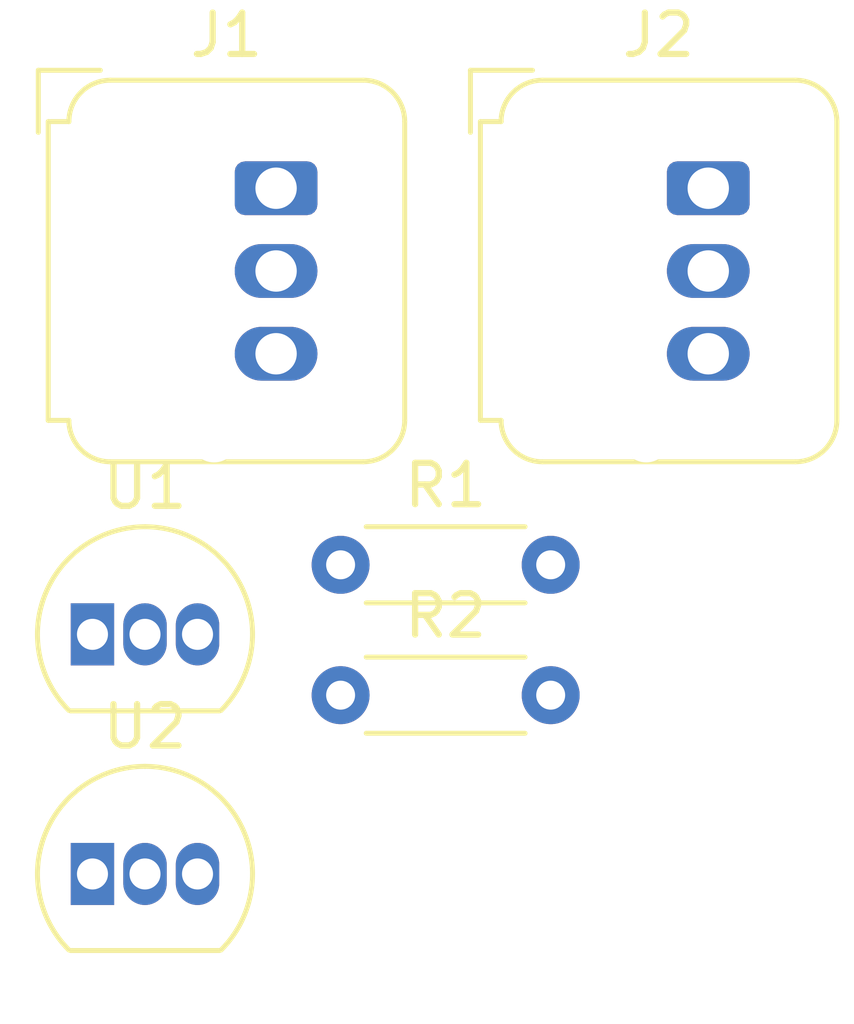
<source format=kicad_pcb>
(kicad_pcb (version 20240108) (generator "pcbnew") (generator_version "8.0")
  (layers (0 "F.Cu" signal) (31 "B.Cu" signal) (34 "B.Paste" user) (35 "F.Paste" user) (36 "B.SilkS" user "B.Silkscreen") (37 "F.SilkS" user "F.Silkscreen") (38 "B.Mask" user) (39 "F.Mask" user) (44 "Edge.Cuts" user))
  (net 0 "")
  (net 1 "3.3")
  (net 2 "GPIo?")
  (net 3 "GNDREF")
  (footprint "Resistor_THT:R_Axial_DIN0204_L3.6mm_D1.6mm_P5.08mm_Horizontal" (layer "F.Cu") (at 22.42 26.35)
    (property "Reference" "R1" (at 2.54 -1.92 0) (layer "F.SilkS"))
    (property "Value" "4K7")
    (fp_line (start 0.62 -0.92) (end 4.46 -0.92) (stroke (width 0.12)) (layer "F.SilkS"))
    (fp_line (start 0.62 0.92) (end 4.46 0.92) (stroke (width 0.12)) (layer "F.SilkS"))
    (pad "1" thru_hole circle (at 0 0) (size 1.4 1.4) (drill 0.7) (layers "*.Cu" "*.Mask") (net 1 "3.3"))
    (pad "2" thru_hole oval (at 5.08 0) (size 1.4 1.4) (drill 0.7) (layers "*.Cu" "*.Mask") (net 2 "GPIo?"))
  )
  (footprint "Connector_JST:JST_JWPF_B03B-JWPF-SK-R_1x03_P2.00mm_Vertical" (layer "F.Cu") (at 20.86 17.25)
    (property "Reference" "J1" (at -1.2 -3.7 0) (layer "F.SilkS"))
    (property "Value" "Temp 1")
    (fp_line (start -5.75 -2.85) (end -4.25 -2.85) (stroke (width 0.12)) (layer "F.SilkS"))
    (fp_line (start -5.75 -1.35) (end -5.75 -2.85) (stroke (width 0.12)) (layer "F.SilkS"))
    (fp_line (start -5.51 -1.61) (end -5.51 5.61) (stroke (width 0.12)) (layer "F.SilkS"))
    (fp_line (start -5.51 5.61) (end -5.01 5.61) (stroke (width 0.12)) (layer "F.SilkS"))
    (fp_line (start -5.01 -1.61) (end -5.51 -1.61) (stroke (width 0.12)) (layer "F.SilkS"))
    (fp_line (start -5.01 -1.61) (end -5.01 -1.61) (stroke (width 0.12)) (layer "F.SilkS"))
    (fp_line (start -5.01 5.61) (end -5.01 5.61) (stroke (width 0.12)) (layer "F.SilkS"))
    (fp_line (start -4.01 -2.61) (end 2.11 -2.61) (stroke (width 0.12)) (layer "F.SilkS"))
    (fp_line (start -4.01 6.61) (end 2.11 6.61) (stroke (width 0.12)) (layer "F.SilkS"))
    (fp_line (start 3.11 -1.61) (end 3.11 5.61) (stroke (width 0.12)) (layer "F.SilkS"))
    (fp_arc (start -5.01 -1.61) (mid -4.717107 -2.317107) (end -4.01 -2.61) (stroke (width 0.12)) (layer "F.SilkS"))
    (fp_arc (start -4.01 6.61) (mid -4.717107 6.317107) (end -5.01 5.61) (stroke (width 0.12)) (layer "F.SilkS"))
    (fp_arc (start 2.11 -2.61) (mid 2.817107 -2.317107) (end 3.11 -1.61) (stroke (width 0.12)) (layer "F.SilkS"))
    (fp_arc (start 3.11 5.61) (mid 2.817107 6.317107) (end 2.11 6.61) (stroke (width 0.12)) (layer "F.SilkS"))
    (pad "" np_thru_hole circle (at -1.5 6.05) (size 1.15 1.15) (drill 1.15) (layers "*.Cu" "*.Mask"))
    (pad "1" thru_hole roundrect (at 0 0) (size 2 1.3) (drill 1) (layers "*.Cu" "*.Mask") (roundrect_rratio 0.192308) (net 1 "3.3"))
    (pad "2" thru_hole oval (at 0 2) (size 2 1.3) (drill 1) (layers "*.Cu" "*.Mask") (net 2 "GPIo?"))
    (pad "3" thru_hole oval (at 0 4) (size 2 1.3) (drill 1) (layers "*.Cu" "*.Mask") (net 3 "GNDREF"))
  )
  (footprint "Package_TO_SOT_THT:TO-92_Inline" (layer "F.Cu") (at 16.42 33.82)
    (property "Reference" "U2" (at 1.27 -3.56 0) (layer "F.SilkS"))
    (property "Value" "DS18B20")
    (fp_line (start -0.53 1.85) (end 3.07 1.85) (stroke (width 0.12)) (layer "F.SilkS"))
    (fp_arc (start -0.568478 1.838478) (mid -1.132087 -0.994977) (end 1.27 -2.6) (stroke (width 0.12)) (layer "F.SilkS"))
    (fp_arc (start 1.27 -2.6) (mid 3.672087 -0.994977) (end 3.108478 1.838478) (stroke (width 0.12)) (layer "F.SilkS"))
    (pad "1" thru_hole rect (at 0 0) (size 1.05 1.5) (drill 0.75) (layers "*.Cu" "*.Mask") (net 3 "GNDREF"))
    (pad "2" thru_hole oval (at 1.27 0) (size 1.05 1.5) (drill 0.75) (layers "*.Cu" "*.Mask") (net 2 "GPIo?"))
    (pad "3" thru_hole oval (at 2.54 0) (size 1.05 1.5) (drill 0.75) (layers "*.Cu" "*.Mask") (net 1 "3.3"))
  )
  (footprint "Connector_JST:JST_JWPF_B03B-JWPF-SK-R_1x03_P2.00mm_Vertical" (layer "F.Cu") (at 31.31 17.25)
    (property "Reference" "J2" (at -1.2 -3.7 0) (layer "F.SilkS"))
    (property "Value" "Temp 1")
    (fp_line (start -5.75 -2.85) (end -4.25 -2.85) (stroke (width 0.12)) (layer "F.SilkS"))
    (fp_line (start -5.75 -1.35) (end -5.75 -2.85) (stroke (width 0.12)) (layer "F.SilkS"))
    (fp_line (start -5.51 -1.61) (end -5.51 5.61) (stroke (width 0.12)) (layer "F.SilkS"))
    (fp_line (start -5.51 5.61) (end -5.01 5.61) (stroke (width 0.12)) (layer "F.SilkS"))
    (fp_line (start -5.01 -1.61) (end -5.51 -1.61) (stroke (width 0.12)) (layer "F.SilkS"))
    (fp_line (start -5.01 -1.61) (end -5.01 -1.61) (stroke (width 0.12)) (layer "F.SilkS"))
    (fp_line (start -5.01 5.61) (end -5.01 5.61) (stroke (width 0.12)) (layer "F.SilkS"))
    (fp_line (start -4.01 -2.61) (end 2.11 -2.61) (stroke (width 0.12)) (layer "F.SilkS"))
    (fp_line (start -4.01 6.61) (end 2.11 6.61) (stroke (width 0.12)) (layer "F.SilkS"))
    (fp_line (start 3.11 -1.61) (end 3.11 5.61) (stroke (width 0.12)) (layer "F.SilkS"))
    (fp_arc (start -5.01 -1.61) (mid -4.717107 -2.317107) (end -4.01 -2.61) (stroke (width 0.12)) (layer "F.SilkS"))
    (fp_arc (start -4.01 6.61) (mid -4.717107 6.317107) (end -5.01 5.61) (stroke (width 0.12)) (layer "F.SilkS"))
    (fp_arc (start 2.11 -2.61) (mid 2.817107 -2.317107) (end 3.11 -1.61) (stroke (width 0.12)) (layer "F.SilkS"))
    (fp_arc (start 3.11 5.61) (mid 2.817107 6.317107) (end 2.11 6.61) (stroke (width 0.12)) (layer "F.SilkS"))
    (pad "" np_thru_hole circle (at -1.5 6.05) (size 1.15 1.15) (drill 1.15) (layers "*.Cu" "*.Mask"))
    (pad "1" thru_hole roundrect (at 0 0) (size 2 1.3) (drill 1) (layers "*.Cu" "*.Mask") (roundrect_rratio 0.192308) (net 1 "3.3"))
    (pad "2" thru_hole oval (at 0 2) (size 2 1.3) (drill 1) (layers "*.Cu" "*.Mask") (net 2 "GPIo?"))
    (pad "3" thru_hole oval (at 0 4) (size 2 1.3) (drill 1) (layers "*.Cu" "*.Mask") (net 3 "GNDREF"))
  )
  (footprint "Package_TO_SOT_THT:TO-92_Inline" (layer "F.Cu") (at 16.42 28.03)
    (property "Reference" "U1" (at 1.27 -3.56 0) (layer "F.SilkS"))
    (property "Value" "DS18B20")
    (fp_line (start -0.53 1.85) (end 3.07 1.85) (stroke (width 0.12)) (layer "F.SilkS"))
    (fp_arc (start -0.568478 1.838478) (mid -1.132087 -0.994977) (end 1.27 -2.6) (stroke (width 0.12)) (layer "F.SilkS"))
    (fp_arc (start 1.27 -2.6) (mid 3.672087 -0.994977) (end 3.108478 1.838478) (stroke (width 0.12)) (layer "F.SilkS"))
    (pad "1" thru_hole rect (at 0 0) (size 1.05 1.5) (drill 0.75) (layers "*.Cu" "*.Mask") (net 3 "GNDREF"))
    (pad "2" thru_hole oval (at 1.27 0) (size 1.05 1.5) (drill 0.75) (layers "*.Cu" "*.Mask") (net 2 "GPIo?"))
    (pad "3" thru_hole oval (at 2.54 0) (size 1.05 1.5) (drill 0.75) (layers "*.Cu" "*.Mask") (net 1 "3.3"))
  )
  (footprint "Resistor_THT:R_Axial_DIN0204_L3.6mm_D1.6mm_P5.08mm_Horizontal" (layer "F.Cu") (at 22.42 29.5)
    (property "Reference" "R2" (at 2.54 -1.92 0) (layer "F.SilkS"))
    (property "Value" "4k7")
    (fp_line (start 0.62 -0.92) (end 4.46 -0.92) (stroke (width 0.12)) (layer "F.SilkS"))
    (fp_line (start 0.62 0.92) (end 4.46 0.92) (stroke (width 0.12)) (layer "F.SilkS"))
    (pad "1" thru_hole circle (at 0 0) (size 1.4 1.4) (drill 0.7) (layers "*.Cu" "*.Mask") (net 1 "3.3"))
    (pad "2" thru_hole oval (at 5.08 0) (size 1.4 1.4) (drill 0.7) (layers "*.Cu" "*.Mask") (net 2 "GPIo?"))
  )
)
</source>
